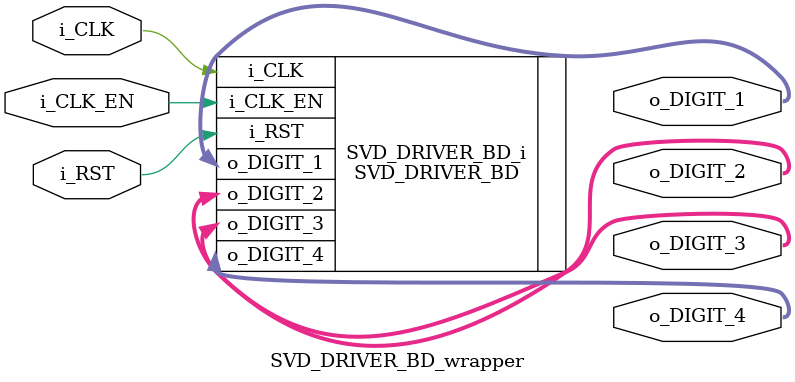
<source format=v>
`timescale 1 ps / 1 ps

module SVD_DRIVER_BD_wrapper
   (i_CLK,
    i_CLK_EN,
    i_RST,
    o_DIGIT_1,
    o_DIGIT_2,
    o_DIGIT_3,
    o_DIGIT_4);
  input i_CLK;
  input i_CLK_EN;
  input i_RST;
  output [3:0]o_DIGIT_1;
  output [3:0]o_DIGIT_2;
  output [3:0]o_DIGIT_3;
  output [3:0]o_DIGIT_4;

  wire i_CLK;
  wire i_CLK_EN;
  wire i_RST;
  wire [3:0]o_DIGIT_1;
  wire [3:0]o_DIGIT_2;
  wire [3:0]o_DIGIT_3;
  wire [3:0]o_DIGIT_4;

  SVD_DRIVER_BD SVD_DRIVER_BD_i
       (.i_CLK(i_CLK),
        .i_CLK_EN(i_CLK_EN),
        .i_RST(i_RST),
        .o_DIGIT_1(o_DIGIT_1),
        .o_DIGIT_2(o_DIGIT_2),
        .o_DIGIT_3(o_DIGIT_3),
        .o_DIGIT_4(o_DIGIT_4));
endmodule

</source>
